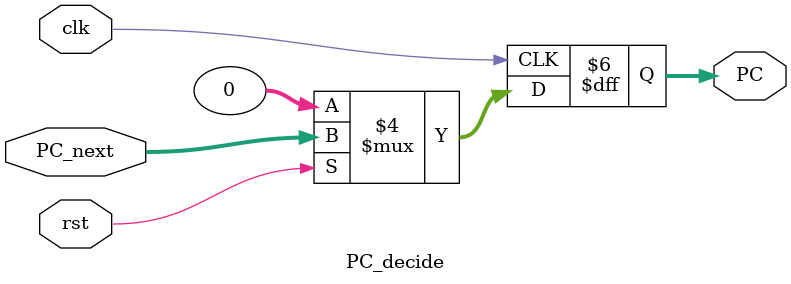
<source format=v>
module PC_decide(PC_next, PC, clk, rst);
    // input [31:0] PC_plus4,PC_target;
    output reg [31:0] PC;
    // input PCScr;
    input [31:0] PC_next;
    input clk,rst;

    // PC_next = (PCScr == 1'b0) ? PC_plus4 : PC_target;

    always @(posedge clk)
    begin
        if (~rst)
            PC <= 32'b0;
        else
            PC <= PC_next;
    end
endmodule
</source>
